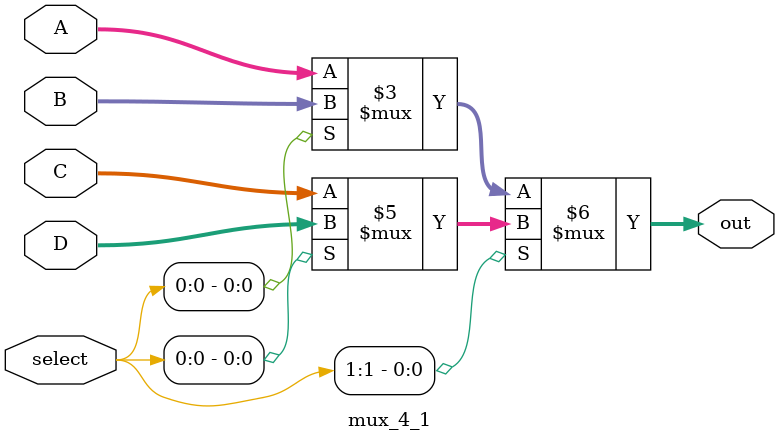
<source format=v>
`timescale 1ns / 1ps

module mux_4_1(A, B, C, D, select, out);

    input [31:0] A;          //input A (32-bit)
    input [31:0] B;          //input B (32-bit)
    input [31:0] C;          //input C (32-bit)
    input [31:0] D;          //input D (32-bit)
    input [1:0] select;      //select pin

    output wire [31:0] out;  //output out (32-bit)

    //                                                  00  01                       10  11
    assign out = (select[1] == 0) ? ((select[0] == 0) ? A : B) : ((select[0] == 0) ? C : D);

endmodule

</source>
